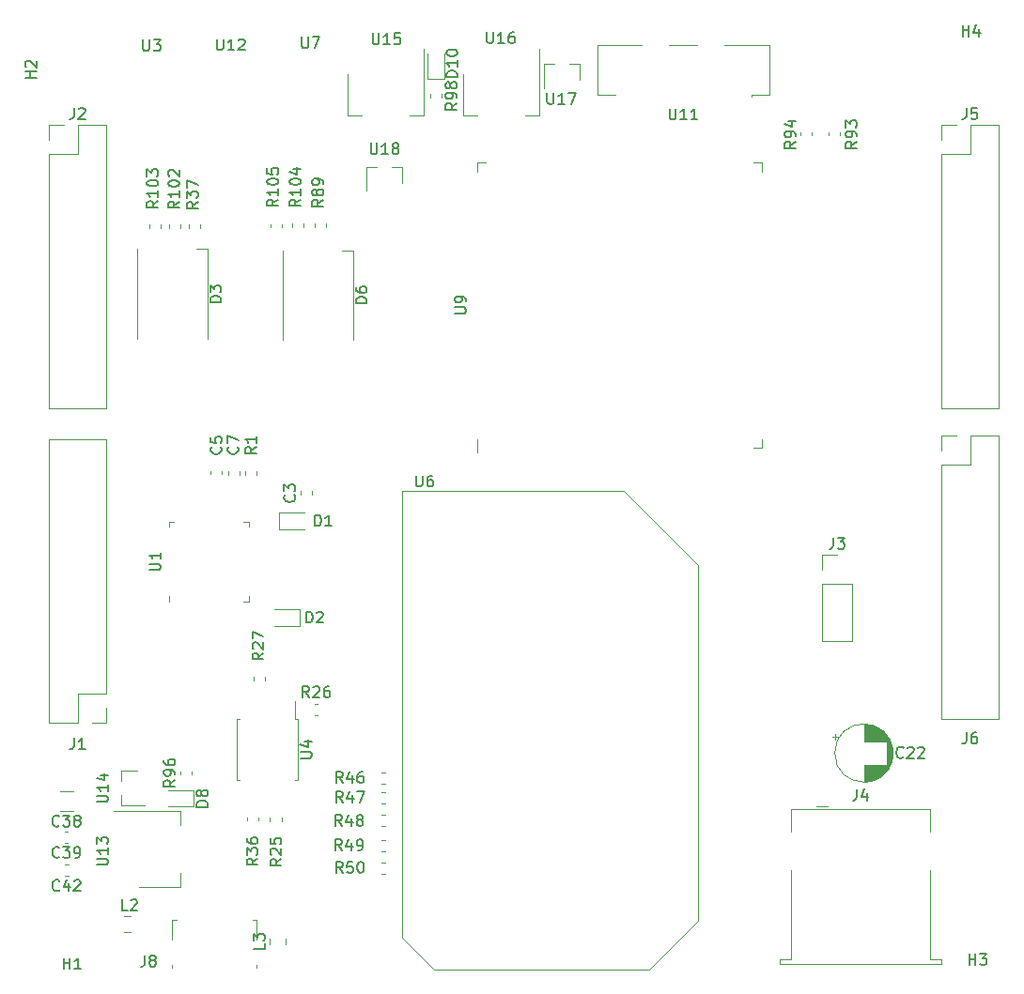
<source format=gbr>
G04 #@! TF.GenerationSoftware,KiCad,Pcbnew,5.1.5-52549c5~86~ubuntu18.04.1*
G04 #@! TF.CreationDate,2020-05-19T23:49:33-05:00*
G04 #@! TF.ProjectId,AICE,41494345-2e6b-4696-9361-645f70636258,rev?*
G04 #@! TF.SameCoordinates,Original*
G04 #@! TF.FileFunction,Legend,Top*
G04 #@! TF.FilePolarity,Positive*
%FSLAX46Y46*%
G04 Gerber Fmt 4.6, Leading zero omitted, Abs format (unit mm)*
G04 Created by KiCad (PCBNEW 5.1.5-52549c5~86~ubuntu18.04.1) date 2020-05-19 23:49:33*
%MOMM*%
%LPD*%
G04 APERTURE LIST*
%ADD10C,0.120000*%
%ADD11C,0.150000*%
G04 APERTURE END LIST*
D10*
X106145225Y-127575000D02*
X106145225Y-128075000D01*
X105895225Y-127825000D02*
X106395225Y-127825000D01*
X111301000Y-129016000D02*
X111301000Y-129584000D01*
X111261000Y-128782000D02*
X111261000Y-129818000D01*
X111221000Y-128623000D02*
X111221000Y-129977000D01*
X111181000Y-128495000D02*
X111181000Y-130105000D01*
X111141000Y-128385000D02*
X111141000Y-130215000D01*
X111101000Y-128289000D02*
X111101000Y-130311000D01*
X111061000Y-128202000D02*
X111061000Y-130398000D01*
X111021000Y-128122000D02*
X111021000Y-130478000D01*
X110981000Y-128049000D02*
X110981000Y-130551000D01*
X110941000Y-127981000D02*
X110941000Y-130619000D01*
X110901000Y-127917000D02*
X110901000Y-130683000D01*
X110861000Y-127857000D02*
X110861000Y-130743000D01*
X110821000Y-127800000D02*
X110821000Y-130800000D01*
X110781000Y-127746000D02*
X110781000Y-130854000D01*
X110741000Y-127695000D02*
X110741000Y-130905000D01*
X110701000Y-130340000D02*
X110701000Y-130953000D01*
X110701000Y-127647000D02*
X110701000Y-128260000D01*
X110661000Y-130340000D02*
X110661000Y-130999000D01*
X110661000Y-127601000D02*
X110661000Y-128260000D01*
X110621000Y-130340000D02*
X110621000Y-131043000D01*
X110621000Y-127557000D02*
X110621000Y-128260000D01*
X110581000Y-130340000D02*
X110581000Y-131085000D01*
X110581000Y-127515000D02*
X110581000Y-128260000D01*
X110541000Y-130340000D02*
X110541000Y-131126000D01*
X110541000Y-127474000D02*
X110541000Y-128260000D01*
X110501000Y-130340000D02*
X110501000Y-131164000D01*
X110501000Y-127436000D02*
X110501000Y-128260000D01*
X110461000Y-130340000D02*
X110461000Y-131201000D01*
X110461000Y-127399000D02*
X110461000Y-128260000D01*
X110421000Y-130340000D02*
X110421000Y-131237000D01*
X110421000Y-127363000D02*
X110421000Y-128260000D01*
X110381000Y-130340000D02*
X110381000Y-131271000D01*
X110381000Y-127329000D02*
X110381000Y-128260000D01*
X110341000Y-130340000D02*
X110341000Y-131304000D01*
X110341000Y-127296000D02*
X110341000Y-128260000D01*
X110301000Y-130340000D02*
X110301000Y-131335000D01*
X110301000Y-127265000D02*
X110301000Y-128260000D01*
X110261000Y-130340000D02*
X110261000Y-131365000D01*
X110261000Y-127235000D02*
X110261000Y-128260000D01*
X110221000Y-130340000D02*
X110221000Y-131395000D01*
X110221000Y-127205000D02*
X110221000Y-128260000D01*
X110181000Y-130340000D02*
X110181000Y-131422000D01*
X110181000Y-127178000D02*
X110181000Y-128260000D01*
X110141000Y-130340000D02*
X110141000Y-131449000D01*
X110141000Y-127151000D02*
X110141000Y-128260000D01*
X110101000Y-130340000D02*
X110101000Y-131475000D01*
X110101000Y-127125000D02*
X110101000Y-128260000D01*
X110061000Y-130340000D02*
X110061000Y-131500000D01*
X110061000Y-127100000D02*
X110061000Y-128260000D01*
X110021000Y-130340000D02*
X110021000Y-131524000D01*
X110021000Y-127076000D02*
X110021000Y-128260000D01*
X109981000Y-130340000D02*
X109981000Y-131547000D01*
X109981000Y-127053000D02*
X109981000Y-128260000D01*
X109941000Y-130340000D02*
X109941000Y-131568000D01*
X109941000Y-127032000D02*
X109941000Y-128260000D01*
X109901000Y-130340000D02*
X109901000Y-131590000D01*
X109901000Y-127010000D02*
X109901000Y-128260000D01*
X109861000Y-130340000D02*
X109861000Y-131610000D01*
X109861000Y-126990000D02*
X109861000Y-128260000D01*
X109821000Y-130340000D02*
X109821000Y-131629000D01*
X109821000Y-126971000D02*
X109821000Y-128260000D01*
X109781000Y-130340000D02*
X109781000Y-131648000D01*
X109781000Y-126952000D02*
X109781000Y-128260000D01*
X109741000Y-130340000D02*
X109741000Y-131665000D01*
X109741000Y-126935000D02*
X109741000Y-128260000D01*
X109701000Y-130340000D02*
X109701000Y-131682000D01*
X109701000Y-126918000D02*
X109701000Y-128260000D01*
X109661000Y-130340000D02*
X109661000Y-131698000D01*
X109661000Y-126902000D02*
X109661000Y-128260000D01*
X109621000Y-130340000D02*
X109621000Y-131714000D01*
X109621000Y-126886000D02*
X109621000Y-128260000D01*
X109581000Y-130340000D02*
X109581000Y-131728000D01*
X109581000Y-126872000D02*
X109581000Y-128260000D01*
X109541000Y-130340000D02*
X109541000Y-131742000D01*
X109541000Y-126858000D02*
X109541000Y-128260000D01*
X109501000Y-130340000D02*
X109501000Y-131755000D01*
X109501000Y-126845000D02*
X109501000Y-128260000D01*
X109461000Y-130340000D02*
X109461000Y-131768000D01*
X109461000Y-126832000D02*
X109461000Y-128260000D01*
X109421000Y-130340000D02*
X109421000Y-131780000D01*
X109421000Y-126820000D02*
X109421000Y-128260000D01*
X109380000Y-130340000D02*
X109380000Y-131791000D01*
X109380000Y-126809000D02*
X109380000Y-128260000D01*
X109340000Y-130340000D02*
X109340000Y-131801000D01*
X109340000Y-126799000D02*
X109340000Y-128260000D01*
X109300000Y-130340000D02*
X109300000Y-131811000D01*
X109300000Y-126789000D02*
X109300000Y-128260000D01*
X109260000Y-130340000D02*
X109260000Y-131820000D01*
X109260000Y-126780000D02*
X109260000Y-128260000D01*
X109220000Y-130340000D02*
X109220000Y-131828000D01*
X109220000Y-126772000D02*
X109220000Y-128260000D01*
X109180000Y-130340000D02*
X109180000Y-131836000D01*
X109180000Y-126764000D02*
X109180000Y-128260000D01*
X109140000Y-130340000D02*
X109140000Y-131843000D01*
X109140000Y-126757000D02*
X109140000Y-128260000D01*
X109100000Y-130340000D02*
X109100000Y-131850000D01*
X109100000Y-126750000D02*
X109100000Y-128260000D01*
X109060000Y-130340000D02*
X109060000Y-131856000D01*
X109060000Y-126744000D02*
X109060000Y-128260000D01*
X109020000Y-130340000D02*
X109020000Y-131861000D01*
X109020000Y-126739000D02*
X109020000Y-128260000D01*
X108980000Y-130340000D02*
X108980000Y-131865000D01*
X108980000Y-126735000D02*
X108980000Y-128260000D01*
X108940000Y-130340000D02*
X108940000Y-131869000D01*
X108940000Y-126731000D02*
X108940000Y-128260000D01*
X108900000Y-130340000D02*
X108900000Y-131873000D01*
X108900000Y-126727000D02*
X108900000Y-128260000D01*
X108860000Y-130340000D02*
X108860000Y-131876000D01*
X108860000Y-126724000D02*
X108860000Y-128260000D01*
X108820000Y-130340000D02*
X108820000Y-131878000D01*
X108820000Y-126722000D02*
X108820000Y-128260000D01*
X108780000Y-130340000D02*
X108780000Y-131879000D01*
X108780000Y-126721000D02*
X108780000Y-128260000D01*
X108740000Y-126720000D02*
X108740000Y-128260000D01*
X108740000Y-130340000D02*
X108740000Y-131880000D01*
X108700000Y-126720000D02*
X108700000Y-128260000D01*
X108700000Y-130340000D02*
X108700000Y-131880000D01*
X111320000Y-129300000D02*
G75*
G03X111320000Y-129300000I-2620000J0D01*
G01*
X41750000Y-130870000D02*
X43210000Y-130870000D01*
X41750000Y-134030000D02*
X43910000Y-134030000D01*
X41750000Y-134030000D02*
X41750000Y-133100000D01*
X41750000Y-130870000D02*
X41750000Y-131800000D01*
X88710000Y-65450000D02*
X84660000Y-65450000D01*
X84660000Y-65450000D02*
X84660000Y-69970000D01*
X86260000Y-69970000D02*
X84660000Y-69970000D01*
X100180000Y-65450000D02*
X100180000Y-69970000D01*
X96130000Y-65450000D02*
X100180000Y-65450000D01*
X98580000Y-69970000D02*
X100180000Y-69970000D01*
X93710000Y-65450000D02*
X91130000Y-65450000D01*
X98580000Y-69970000D02*
X98580000Y-70140000D01*
X56218000Y-81896779D02*
X56218000Y-81571221D01*
X55198000Y-81896779D02*
X55198000Y-81571221D01*
X58208000Y-81881779D02*
X58208000Y-81556221D01*
X57188000Y-81881779D02*
X57188000Y-81556221D01*
X45354000Y-81970779D02*
X45354000Y-81645221D01*
X44334000Y-81970779D02*
X44334000Y-81645221D01*
X47132000Y-81970779D02*
X47132000Y-81645221D01*
X46112000Y-81970779D02*
X46112000Y-81645221D01*
X69612200Y-69879121D02*
X69612200Y-70204679D01*
X70632200Y-69879121D02*
X70632200Y-70204679D01*
X48100000Y-131265279D02*
X48100000Y-130939721D01*
X47080000Y-131265279D02*
X47080000Y-130939721D01*
X102961980Y-73276241D02*
X102961980Y-73601799D01*
X103981980Y-73276241D02*
X103981980Y-73601799D01*
X105501980Y-73276241D02*
X105501980Y-73601799D01*
X106521980Y-73276241D02*
X106521980Y-73601799D01*
X60238000Y-81881779D02*
X60238000Y-81556221D01*
X59218000Y-81881779D02*
X59218000Y-81556221D01*
X65578019Y-139151380D02*
X65252461Y-139151380D01*
X65578019Y-140171380D02*
X65252461Y-140171380D01*
X65578019Y-137119380D02*
X65252461Y-137119380D01*
X65578019Y-138139380D02*
X65252461Y-138139380D01*
X65578019Y-134833380D02*
X65252461Y-134833380D01*
X65578019Y-135853380D02*
X65252461Y-135853380D01*
X65578019Y-132801380D02*
X65252461Y-132801380D01*
X65578019Y-133821380D02*
X65252461Y-133821380D01*
X65578019Y-131023380D02*
X65252461Y-131023380D01*
X65578019Y-132043380D02*
X65252461Y-132043380D01*
X48910000Y-81970779D02*
X48910000Y-81645221D01*
X47890000Y-81970779D02*
X47890000Y-81645221D01*
X53122000Y-135091221D02*
X53122000Y-135416779D01*
X54142000Y-135091221D02*
X54142000Y-135416779D01*
X54712000Y-122726779D02*
X54712000Y-122401221D01*
X53692000Y-122726779D02*
X53692000Y-122401221D01*
X59499719Y-124841540D02*
X59174161Y-124841540D01*
X59499719Y-125861540D02*
X59174161Y-125861540D01*
X55184000Y-135101221D02*
X55184000Y-135426779D01*
X56204000Y-135101221D02*
X56204000Y-135426779D01*
X52910000Y-103867221D02*
X52910000Y-104192779D01*
X53930000Y-103867221D02*
X53930000Y-104192779D01*
X56590000Y-146558578D02*
X56590000Y-146041422D01*
X55170000Y-146558578D02*
X55170000Y-146041422D01*
X42578578Y-144030000D02*
X42061422Y-144030000D01*
X42578578Y-145450000D02*
X42061422Y-145450000D01*
X70864400Y-68459720D02*
X70864400Y-66174720D01*
X69394400Y-68459720D02*
X70864400Y-68459720D01*
X69394400Y-66174720D02*
X69394400Y-68459720D01*
X48282500Y-132655000D02*
X45997500Y-132655000D01*
X48282500Y-134125000D02*
X48282500Y-132655000D01*
X45997500Y-134125000D02*
X48282500Y-134125000D01*
X57873000Y-116359000D02*
X55588000Y-116359000D01*
X57873000Y-117829000D02*
X57873000Y-116359000D01*
X55588000Y-117829000D02*
X57873000Y-117829000D01*
X56017000Y-109111000D02*
X58302000Y-109111000D01*
X56017000Y-107641000D02*
X56017000Y-109111000D01*
X58302000Y-107641000D02*
X56017000Y-107641000D01*
X37002779Y-139350000D02*
X36677221Y-139350000D01*
X37002779Y-140370000D02*
X36677221Y-140370000D01*
X36977779Y-136350000D02*
X36652221Y-136350000D01*
X36977779Y-137370000D02*
X36652221Y-137370000D01*
X37429564Y-132750000D02*
X36225436Y-132750000D01*
X37429564Y-134570000D02*
X36225436Y-134570000D01*
X52400000Y-104177779D02*
X52400000Y-103852221D01*
X51380000Y-104177779D02*
X51380000Y-103852221D01*
X50850000Y-104172779D02*
X50850000Y-103847221D01*
X49830000Y-104172779D02*
X49830000Y-103847221D01*
X58942000Y-106023779D02*
X58942000Y-105698221D01*
X57922000Y-106023779D02*
X57922000Y-105698221D01*
X49518000Y-83854000D02*
X49518000Y-91904000D01*
X48518000Y-83854000D02*
X49518000Y-83854000D01*
X43218000Y-83854000D02*
X43218000Y-91904000D01*
X56350000Y-83950000D02*
X56350000Y-92000000D01*
X61650000Y-83950000D02*
X62650000Y-83950000D01*
X62650000Y-83950000D02*
X62650000Y-92000000D01*
X40446000Y-126552000D02*
X39116000Y-126552000D01*
X40446000Y-125222000D02*
X40446000Y-126552000D01*
X37846000Y-126552000D02*
X35246000Y-126552000D01*
X37846000Y-123952000D02*
X37846000Y-126552000D01*
X40446000Y-123952000D02*
X37846000Y-123952000D01*
X35246000Y-126552000D02*
X35246000Y-101032000D01*
X40446000Y-123952000D02*
X40446000Y-101032000D01*
X40446000Y-101032000D02*
X35246000Y-101032000D01*
X35246000Y-98190000D02*
X40446000Y-98190000D01*
X35246000Y-75270000D02*
X35246000Y-98190000D01*
X40446000Y-72670000D02*
X40446000Y-98190000D01*
X35246000Y-75270000D02*
X37846000Y-75270000D01*
X37846000Y-75270000D02*
X37846000Y-72670000D01*
X37846000Y-72670000D02*
X40446000Y-72670000D01*
X35246000Y-74000000D02*
X35246000Y-72670000D01*
X35246000Y-72670000D02*
X36576000Y-72670000D01*
X104950000Y-111430000D02*
X106280000Y-111430000D01*
X104950000Y-112760000D02*
X104950000Y-111430000D01*
X104950000Y-114030000D02*
X107610000Y-114030000D01*
X107610000Y-114030000D02*
X107610000Y-119170000D01*
X104950000Y-114030000D02*
X104950000Y-119170000D01*
X104950000Y-119170000D02*
X107610000Y-119170000D01*
X101150000Y-148370000D02*
X115650000Y-148370000D01*
X115650000Y-148370000D02*
X115650000Y-147870000D01*
X115650000Y-147870000D02*
X114650000Y-147870000D01*
X114650000Y-147870000D02*
X114650000Y-139870000D01*
X114650000Y-136370000D02*
X114650000Y-134370000D01*
X114650000Y-134370000D02*
X102150000Y-134370000D01*
X102150000Y-134370000D02*
X102150000Y-136370000D01*
X102150000Y-139870000D02*
X102150000Y-147870000D01*
X102150000Y-147870000D02*
X101150000Y-147870000D01*
X101150000Y-147870000D02*
X101150000Y-148370000D01*
X104400000Y-134120000D02*
X105400000Y-134120000D01*
X53990000Y-144390000D02*
X53610000Y-144390000D01*
X53990000Y-148440000D02*
X53990000Y-148700000D01*
X53990000Y-144390000D02*
X53990000Y-146160000D01*
X46370000Y-144390000D02*
X46750000Y-144390000D01*
X46370000Y-146160000D02*
X46370000Y-144390000D01*
X46370000Y-148700000D02*
X46370000Y-148440000D01*
X46054000Y-115165000D02*
X46054000Y-115640000D01*
X53274000Y-108420000D02*
X52799000Y-108420000D01*
X53274000Y-108895000D02*
X53274000Y-108420000D01*
X53274000Y-115640000D02*
X52799000Y-115640000D01*
X53274000Y-115165000D02*
X53274000Y-115640000D01*
X46054000Y-108420000D02*
X46529000Y-108420000D01*
X46054000Y-108895000D02*
X46054000Y-108420000D01*
X52203000Y-128986000D02*
X52203000Y-131711000D01*
X52203000Y-131711000D02*
X52463000Y-131711000D01*
X52203000Y-128986000D02*
X52203000Y-126261000D01*
X52203000Y-126261000D02*
X52463000Y-126261000D01*
X57653000Y-128986000D02*
X57653000Y-131711000D01*
X57653000Y-131711000D02*
X57393000Y-131711000D01*
X57653000Y-128986000D02*
X57653000Y-126261000D01*
X57653000Y-126261000D02*
X57393000Y-126261000D01*
X57393000Y-126261000D02*
X57393000Y-124586000D01*
X67076240Y-145969380D02*
X69951240Y-148844380D01*
X67076240Y-105694380D02*
X67076240Y-145969380D01*
X87051240Y-105694380D02*
X67076240Y-105694380D01*
X93726240Y-112369380D02*
X87051240Y-105694380D01*
X93726240Y-144469380D02*
X93726240Y-112369380D01*
X89351240Y-148844380D02*
X93726240Y-144469380D01*
X69951240Y-148844380D02*
X89351240Y-148844380D01*
X73842360Y-76839940D02*
X73842360Y-76054940D01*
X73842360Y-76054940D02*
X74627360Y-76054940D01*
X99542360Y-76839940D02*
X99542360Y-76054940D01*
X99542360Y-76054940D02*
X98757360Y-76054940D01*
X99542360Y-100969940D02*
X99542360Y-101754940D01*
X99542360Y-101754940D02*
X98757360Y-101754940D01*
X73842360Y-100969940D02*
X73842360Y-102204940D01*
X41100000Y-134570000D02*
X47110000Y-134570000D01*
X43350000Y-141390000D02*
X47110000Y-141390000D01*
X47110000Y-134570000D02*
X47110000Y-135830000D01*
X47110000Y-141390000D02*
X47110000Y-140130000D01*
X68994820Y-65806120D02*
X68994820Y-71816120D01*
X62174820Y-68056120D02*
X62174820Y-71816120D01*
X68994820Y-71816120D02*
X67734820Y-71816120D01*
X62174820Y-71816120D02*
X63434820Y-71816120D01*
X72614460Y-71788180D02*
X73874460Y-71788180D01*
X79434460Y-71788180D02*
X78174460Y-71788180D01*
X72614460Y-68028180D02*
X72614460Y-71788180D01*
X79434460Y-65778180D02*
X79434460Y-71788180D01*
X83043180Y-67152100D02*
X82113180Y-67152100D01*
X79883180Y-67152100D02*
X80813180Y-67152100D01*
X79883180Y-67152100D02*
X79883180Y-69312100D01*
X83043180Y-67152100D02*
X83043180Y-68612100D01*
X67044760Y-76425780D02*
X67044760Y-77885780D01*
X63884760Y-76425780D02*
X63884760Y-78585780D01*
X63884760Y-76425780D02*
X64814760Y-76425780D01*
X67044760Y-76425780D02*
X66114760Y-76425780D01*
X115670000Y-72670000D02*
X117000000Y-72670000D01*
X115670000Y-74000000D02*
X115670000Y-72670000D01*
X118270000Y-72670000D02*
X120870000Y-72670000D01*
X118270000Y-75270000D02*
X118270000Y-72670000D01*
X115670000Y-75270000D02*
X118270000Y-75270000D01*
X120870000Y-72670000D02*
X120870000Y-98190000D01*
X115670000Y-75270000D02*
X115670000Y-98190000D01*
X115670000Y-98190000D02*
X120870000Y-98190000D01*
X115670000Y-100670000D02*
X117000000Y-100670000D01*
X115670000Y-102000000D02*
X115670000Y-100670000D01*
X118270000Y-100670000D02*
X120870000Y-100670000D01*
X118270000Y-103270000D02*
X118270000Y-100670000D01*
X115670000Y-103270000D02*
X118270000Y-103270000D01*
X120870000Y-100670000D02*
X120870000Y-126190000D01*
X115670000Y-103270000D02*
X115670000Y-126190000D01*
X115670000Y-126190000D02*
X120870000Y-126190000D01*
D11*
X112257142Y-129657142D02*
X112209523Y-129704761D01*
X112066666Y-129752380D01*
X111971428Y-129752380D01*
X111828571Y-129704761D01*
X111733333Y-129609523D01*
X111685714Y-129514285D01*
X111638095Y-129323809D01*
X111638095Y-129180952D01*
X111685714Y-128990476D01*
X111733333Y-128895238D01*
X111828571Y-128800000D01*
X111971428Y-128752380D01*
X112066666Y-128752380D01*
X112209523Y-128800000D01*
X112257142Y-128847619D01*
X112638095Y-128847619D02*
X112685714Y-128800000D01*
X112780952Y-128752380D01*
X113019047Y-128752380D01*
X113114285Y-128800000D01*
X113161904Y-128847619D01*
X113209523Y-128942857D01*
X113209523Y-129038095D01*
X113161904Y-129180952D01*
X112590476Y-129752380D01*
X113209523Y-129752380D01*
X113590476Y-128847619D02*
X113638095Y-128800000D01*
X113733333Y-128752380D01*
X113971428Y-128752380D01*
X114066666Y-128800000D01*
X114114285Y-128847619D01*
X114161904Y-128942857D01*
X114161904Y-129038095D01*
X114114285Y-129180952D01*
X113542857Y-129752380D01*
X114161904Y-129752380D01*
X39582380Y-133718095D02*
X40391904Y-133718095D01*
X40487142Y-133670476D01*
X40534761Y-133622857D01*
X40582380Y-133527619D01*
X40582380Y-133337142D01*
X40534761Y-133241904D01*
X40487142Y-133194285D01*
X40391904Y-133146666D01*
X39582380Y-133146666D01*
X40582380Y-132146666D02*
X40582380Y-132718095D01*
X40582380Y-132432380D02*
X39582380Y-132432380D01*
X39725238Y-132527619D01*
X39820476Y-132622857D01*
X39868095Y-132718095D01*
X39915714Y-131289523D02*
X40582380Y-131289523D01*
X39534761Y-131527619D02*
X40249047Y-131765714D01*
X40249047Y-131146666D01*
X91181904Y-71162380D02*
X91181904Y-71971904D01*
X91229523Y-72067142D01*
X91277142Y-72114761D01*
X91372380Y-72162380D01*
X91562857Y-72162380D01*
X91658095Y-72114761D01*
X91705714Y-72067142D01*
X91753333Y-71971904D01*
X91753333Y-71162380D01*
X92753333Y-72162380D02*
X92181904Y-72162380D01*
X92467619Y-72162380D02*
X92467619Y-71162380D01*
X92372380Y-71305238D01*
X92277142Y-71400476D01*
X92181904Y-71448095D01*
X93705714Y-72162380D02*
X93134285Y-72162380D01*
X93420000Y-72162380D02*
X93420000Y-71162380D01*
X93324761Y-71305238D01*
X93229523Y-71400476D01*
X93134285Y-71448095D01*
X55916380Y-79371047D02*
X55440190Y-79704380D01*
X55916380Y-79942476D02*
X54916380Y-79942476D01*
X54916380Y-79561523D01*
X54964000Y-79466285D01*
X55011619Y-79418666D01*
X55106857Y-79371047D01*
X55249714Y-79371047D01*
X55344952Y-79418666D01*
X55392571Y-79466285D01*
X55440190Y-79561523D01*
X55440190Y-79942476D01*
X55916380Y-78418666D02*
X55916380Y-78990095D01*
X55916380Y-78704380D02*
X54916380Y-78704380D01*
X55059238Y-78799619D01*
X55154476Y-78894857D01*
X55202095Y-78990095D01*
X54916380Y-77799619D02*
X54916380Y-77704380D01*
X54964000Y-77609142D01*
X55011619Y-77561523D01*
X55106857Y-77513904D01*
X55297333Y-77466285D01*
X55535428Y-77466285D01*
X55725904Y-77513904D01*
X55821142Y-77561523D01*
X55868761Y-77609142D01*
X55916380Y-77704380D01*
X55916380Y-77799619D01*
X55868761Y-77894857D01*
X55821142Y-77942476D01*
X55725904Y-77990095D01*
X55535428Y-78037714D01*
X55297333Y-78037714D01*
X55106857Y-77990095D01*
X55011619Y-77942476D01*
X54964000Y-77894857D01*
X54916380Y-77799619D01*
X54916380Y-76561523D02*
X54916380Y-77037714D01*
X55392571Y-77085333D01*
X55344952Y-77037714D01*
X55297333Y-76942476D01*
X55297333Y-76704380D01*
X55344952Y-76609142D01*
X55392571Y-76561523D01*
X55487809Y-76513904D01*
X55725904Y-76513904D01*
X55821142Y-76561523D01*
X55868761Y-76609142D01*
X55916380Y-76704380D01*
X55916380Y-76942476D01*
X55868761Y-77037714D01*
X55821142Y-77085333D01*
X57948380Y-79371047D02*
X57472190Y-79704380D01*
X57948380Y-79942476D02*
X56948380Y-79942476D01*
X56948380Y-79561523D01*
X56996000Y-79466285D01*
X57043619Y-79418666D01*
X57138857Y-79371047D01*
X57281714Y-79371047D01*
X57376952Y-79418666D01*
X57424571Y-79466285D01*
X57472190Y-79561523D01*
X57472190Y-79942476D01*
X57948380Y-78418666D02*
X57948380Y-78990095D01*
X57948380Y-78704380D02*
X56948380Y-78704380D01*
X57091238Y-78799619D01*
X57186476Y-78894857D01*
X57234095Y-78990095D01*
X56948380Y-77799619D02*
X56948380Y-77704380D01*
X56996000Y-77609142D01*
X57043619Y-77561523D01*
X57138857Y-77513904D01*
X57329333Y-77466285D01*
X57567428Y-77466285D01*
X57757904Y-77513904D01*
X57853142Y-77561523D01*
X57900761Y-77609142D01*
X57948380Y-77704380D01*
X57948380Y-77799619D01*
X57900761Y-77894857D01*
X57853142Y-77942476D01*
X57757904Y-77990095D01*
X57567428Y-78037714D01*
X57329333Y-78037714D01*
X57138857Y-77990095D01*
X57043619Y-77942476D01*
X56996000Y-77894857D01*
X56948380Y-77799619D01*
X57281714Y-76609142D02*
X57948380Y-76609142D01*
X56900761Y-76847238D02*
X57615047Y-77085333D01*
X57615047Y-76466285D01*
X45094380Y-79515047D02*
X44618190Y-79848380D01*
X45094380Y-80086476D02*
X44094380Y-80086476D01*
X44094380Y-79705523D01*
X44142000Y-79610285D01*
X44189619Y-79562666D01*
X44284857Y-79515047D01*
X44427714Y-79515047D01*
X44522952Y-79562666D01*
X44570571Y-79610285D01*
X44618190Y-79705523D01*
X44618190Y-80086476D01*
X45094380Y-78562666D02*
X45094380Y-79134095D01*
X45094380Y-78848380D02*
X44094380Y-78848380D01*
X44237238Y-78943619D01*
X44332476Y-79038857D01*
X44380095Y-79134095D01*
X44094380Y-77943619D02*
X44094380Y-77848380D01*
X44142000Y-77753142D01*
X44189619Y-77705523D01*
X44284857Y-77657904D01*
X44475333Y-77610285D01*
X44713428Y-77610285D01*
X44903904Y-77657904D01*
X44999142Y-77705523D01*
X45046761Y-77753142D01*
X45094380Y-77848380D01*
X45094380Y-77943619D01*
X45046761Y-78038857D01*
X44999142Y-78086476D01*
X44903904Y-78134095D01*
X44713428Y-78181714D01*
X44475333Y-78181714D01*
X44284857Y-78134095D01*
X44189619Y-78086476D01*
X44142000Y-78038857D01*
X44094380Y-77943619D01*
X44094380Y-77276952D02*
X44094380Y-76657904D01*
X44475333Y-76991238D01*
X44475333Y-76848380D01*
X44522952Y-76753142D01*
X44570571Y-76705523D01*
X44665809Y-76657904D01*
X44903904Y-76657904D01*
X44999142Y-76705523D01*
X45046761Y-76753142D01*
X45094380Y-76848380D01*
X45094380Y-77134095D01*
X45046761Y-77229333D01*
X44999142Y-77276952D01*
X47008380Y-79545047D02*
X46532190Y-79878380D01*
X47008380Y-80116476D02*
X46008380Y-80116476D01*
X46008380Y-79735523D01*
X46056000Y-79640285D01*
X46103619Y-79592666D01*
X46198857Y-79545047D01*
X46341714Y-79545047D01*
X46436952Y-79592666D01*
X46484571Y-79640285D01*
X46532190Y-79735523D01*
X46532190Y-80116476D01*
X47008380Y-78592666D02*
X47008380Y-79164095D01*
X47008380Y-78878380D02*
X46008380Y-78878380D01*
X46151238Y-78973619D01*
X46246476Y-79068857D01*
X46294095Y-79164095D01*
X46008380Y-77973619D02*
X46008380Y-77878380D01*
X46056000Y-77783142D01*
X46103619Y-77735523D01*
X46198857Y-77687904D01*
X46389333Y-77640285D01*
X46627428Y-77640285D01*
X46817904Y-77687904D01*
X46913142Y-77735523D01*
X46960761Y-77783142D01*
X47008380Y-77878380D01*
X47008380Y-77973619D01*
X46960761Y-78068857D01*
X46913142Y-78116476D01*
X46817904Y-78164095D01*
X46627428Y-78211714D01*
X46389333Y-78211714D01*
X46198857Y-78164095D01*
X46103619Y-78116476D01*
X46056000Y-78068857D01*
X46008380Y-77973619D01*
X46103619Y-77259333D02*
X46056000Y-77211714D01*
X46008380Y-77116476D01*
X46008380Y-76878380D01*
X46056000Y-76783142D01*
X46103619Y-76735523D01*
X46198857Y-76687904D01*
X46294095Y-76687904D01*
X46436952Y-76735523D01*
X47008380Y-77306952D01*
X47008380Y-76687904D01*
X72004580Y-70684757D02*
X71528390Y-71018090D01*
X72004580Y-71256185D02*
X71004580Y-71256185D01*
X71004580Y-70875233D01*
X71052200Y-70779995D01*
X71099819Y-70732376D01*
X71195057Y-70684757D01*
X71337914Y-70684757D01*
X71433152Y-70732376D01*
X71480771Y-70779995D01*
X71528390Y-70875233D01*
X71528390Y-71256185D01*
X72004580Y-70208566D02*
X72004580Y-70018090D01*
X71956961Y-69922852D01*
X71909342Y-69875233D01*
X71766485Y-69779995D01*
X71576009Y-69732376D01*
X71195057Y-69732376D01*
X71099819Y-69779995D01*
X71052200Y-69827614D01*
X71004580Y-69922852D01*
X71004580Y-70113328D01*
X71052200Y-70208566D01*
X71099819Y-70256185D01*
X71195057Y-70303804D01*
X71433152Y-70303804D01*
X71528390Y-70256185D01*
X71576009Y-70208566D01*
X71623628Y-70113328D01*
X71623628Y-69922852D01*
X71576009Y-69827614D01*
X71528390Y-69779995D01*
X71433152Y-69732376D01*
X71433152Y-69160947D02*
X71385533Y-69256185D01*
X71337914Y-69303804D01*
X71242676Y-69351423D01*
X71195057Y-69351423D01*
X71099819Y-69303804D01*
X71052200Y-69256185D01*
X71004580Y-69160947D01*
X71004580Y-68970471D01*
X71052200Y-68875233D01*
X71099819Y-68827614D01*
X71195057Y-68779995D01*
X71242676Y-68779995D01*
X71337914Y-68827614D01*
X71385533Y-68875233D01*
X71433152Y-68970471D01*
X71433152Y-69160947D01*
X71480771Y-69256185D01*
X71528390Y-69303804D01*
X71623628Y-69351423D01*
X71814104Y-69351423D01*
X71909342Y-69303804D01*
X71956961Y-69256185D01*
X72004580Y-69160947D01*
X72004580Y-68970471D01*
X71956961Y-68875233D01*
X71909342Y-68827614D01*
X71814104Y-68779995D01*
X71623628Y-68779995D01*
X71528390Y-68827614D01*
X71480771Y-68875233D01*
X71433152Y-68970471D01*
X46612380Y-131745357D02*
X46136190Y-132078690D01*
X46612380Y-132316785D02*
X45612380Y-132316785D01*
X45612380Y-131935833D01*
X45660000Y-131840595D01*
X45707619Y-131792976D01*
X45802857Y-131745357D01*
X45945714Y-131745357D01*
X46040952Y-131792976D01*
X46088571Y-131840595D01*
X46136190Y-131935833D01*
X46136190Y-132316785D01*
X46612380Y-131269166D02*
X46612380Y-131078690D01*
X46564761Y-130983452D01*
X46517142Y-130935833D01*
X46374285Y-130840595D01*
X46183809Y-130792976D01*
X45802857Y-130792976D01*
X45707619Y-130840595D01*
X45660000Y-130888214D01*
X45612380Y-130983452D01*
X45612380Y-131173928D01*
X45660000Y-131269166D01*
X45707619Y-131316785D01*
X45802857Y-131364404D01*
X46040952Y-131364404D01*
X46136190Y-131316785D01*
X46183809Y-131269166D01*
X46231428Y-131173928D01*
X46231428Y-130983452D01*
X46183809Y-130888214D01*
X46136190Y-130840595D01*
X46040952Y-130792976D01*
X45612380Y-129935833D02*
X45612380Y-130126309D01*
X45660000Y-130221547D01*
X45707619Y-130269166D01*
X45850476Y-130364404D01*
X46040952Y-130412023D01*
X46421904Y-130412023D01*
X46517142Y-130364404D01*
X46564761Y-130316785D01*
X46612380Y-130221547D01*
X46612380Y-130031071D01*
X46564761Y-129935833D01*
X46517142Y-129888214D01*
X46421904Y-129840595D01*
X46183809Y-129840595D01*
X46088571Y-129888214D01*
X46040952Y-129935833D01*
X45993333Y-130031071D01*
X45993333Y-130221547D01*
X46040952Y-130316785D01*
X46088571Y-130364404D01*
X46183809Y-130412023D01*
X102552380Y-74142857D02*
X102076190Y-74476190D01*
X102552380Y-74714285D02*
X101552380Y-74714285D01*
X101552380Y-74333333D01*
X101600000Y-74238095D01*
X101647619Y-74190476D01*
X101742857Y-74142857D01*
X101885714Y-74142857D01*
X101980952Y-74190476D01*
X102028571Y-74238095D01*
X102076190Y-74333333D01*
X102076190Y-74714285D01*
X102552380Y-73666666D02*
X102552380Y-73476190D01*
X102504761Y-73380952D01*
X102457142Y-73333333D01*
X102314285Y-73238095D01*
X102123809Y-73190476D01*
X101742857Y-73190476D01*
X101647619Y-73238095D01*
X101600000Y-73285714D01*
X101552380Y-73380952D01*
X101552380Y-73571428D01*
X101600000Y-73666666D01*
X101647619Y-73714285D01*
X101742857Y-73761904D01*
X101980952Y-73761904D01*
X102076190Y-73714285D01*
X102123809Y-73666666D01*
X102171428Y-73571428D01*
X102171428Y-73380952D01*
X102123809Y-73285714D01*
X102076190Y-73238095D01*
X101980952Y-73190476D01*
X101885714Y-72333333D02*
X102552380Y-72333333D01*
X101504761Y-72571428D02*
X102219047Y-72809523D01*
X102219047Y-72190476D01*
X108052380Y-74142857D02*
X107576190Y-74476190D01*
X108052380Y-74714285D02*
X107052380Y-74714285D01*
X107052380Y-74333333D01*
X107100000Y-74238095D01*
X107147619Y-74190476D01*
X107242857Y-74142857D01*
X107385714Y-74142857D01*
X107480952Y-74190476D01*
X107528571Y-74238095D01*
X107576190Y-74333333D01*
X107576190Y-74714285D01*
X108052380Y-73666666D02*
X108052380Y-73476190D01*
X108004761Y-73380952D01*
X107957142Y-73333333D01*
X107814285Y-73238095D01*
X107623809Y-73190476D01*
X107242857Y-73190476D01*
X107147619Y-73238095D01*
X107100000Y-73285714D01*
X107052380Y-73380952D01*
X107052380Y-73571428D01*
X107100000Y-73666666D01*
X107147619Y-73714285D01*
X107242857Y-73761904D01*
X107480952Y-73761904D01*
X107576190Y-73714285D01*
X107623809Y-73666666D01*
X107671428Y-73571428D01*
X107671428Y-73380952D01*
X107623809Y-73285714D01*
X107576190Y-73238095D01*
X107480952Y-73190476D01*
X107052380Y-72857142D02*
X107052380Y-72238095D01*
X107433333Y-72571428D01*
X107433333Y-72428571D01*
X107480952Y-72333333D01*
X107528571Y-72285714D01*
X107623809Y-72238095D01*
X107861904Y-72238095D01*
X107957142Y-72285714D01*
X108004761Y-72333333D01*
X108052380Y-72428571D01*
X108052380Y-72714285D01*
X108004761Y-72809523D01*
X107957142Y-72857142D01*
X59980380Y-79402857D02*
X59504190Y-79736190D01*
X59980380Y-79974285D02*
X58980380Y-79974285D01*
X58980380Y-79593333D01*
X59028000Y-79498095D01*
X59075619Y-79450476D01*
X59170857Y-79402857D01*
X59313714Y-79402857D01*
X59408952Y-79450476D01*
X59456571Y-79498095D01*
X59504190Y-79593333D01*
X59504190Y-79974285D01*
X59408952Y-78831428D02*
X59361333Y-78926666D01*
X59313714Y-78974285D01*
X59218476Y-79021904D01*
X59170857Y-79021904D01*
X59075619Y-78974285D01*
X59028000Y-78926666D01*
X58980380Y-78831428D01*
X58980380Y-78640952D01*
X59028000Y-78545714D01*
X59075619Y-78498095D01*
X59170857Y-78450476D01*
X59218476Y-78450476D01*
X59313714Y-78498095D01*
X59361333Y-78545714D01*
X59408952Y-78640952D01*
X59408952Y-78831428D01*
X59456571Y-78926666D01*
X59504190Y-78974285D01*
X59599428Y-79021904D01*
X59789904Y-79021904D01*
X59885142Y-78974285D01*
X59932761Y-78926666D01*
X59980380Y-78831428D01*
X59980380Y-78640952D01*
X59932761Y-78545714D01*
X59885142Y-78498095D01*
X59789904Y-78450476D01*
X59599428Y-78450476D01*
X59504190Y-78498095D01*
X59456571Y-78545714D01*
X59408952Y-78640952D01*
X59980380Y-77974285D02*
X59980380Y-77783809D01*
X59932761Y-77688571D01*
X59885142Y-77640952D01*
X59742285Y-77545714D01*
X59551809Y-77498095D01*
X59170857Y-77498095D01*
X59075619Y-77545714D01*
X59028000Y-77593333D01*
X58980380Y-77688571D01*
X58980380Y-77879047D01*
X59028000Y-77974285D01*
X59075619Y-78021904D01*
X59170857Y-78069523D01*
X59408952Y-78069523D01*
X59504190Y-78021904D01*
X59551809Y-77974285D01*
X59599428Y-77879047D01*
X59599428Y-77688571D01*
X59551809Y-77593333D01*
X59504190Y-77545714D01*
X59408952Y-77498095D01*
X61724382Y-140113760D02*
X61391049Y-139637570D01*
X61152954Y-140113760D02*
X61152954Y-139113760D01*
X61533906Y-139113760D01*
X61629144Y-139161380D01*
X61676763Y-139208999D01*
X61724382Y-139304237D01*
X61724382Y-139447094D01*
X61676763Y-139542332D01*
X61629144Y-139589951D01*
X61533906Y-139637570D01*
X61152954Y-139637570D01*
X62629144Y-139113760D02*
X62152954Y-139113760D01*
X62105335Y-139589951D01*
X62152954Y-139542332D01*
X62248192Y-139494713D01*
X62486287Y-139494713D01*
X62581525Y-139542332D01*
X62629144Y-139589951D01*
X62676763Y-139685189D01*
X62676763Y-139923284D01*
X62629144Y-140018522D01*
X62581525Y-140066141D01*
X62486287Y-140113760D01*
X62248192Y-140113760D01*
X62152954Y-140066141D01*
X62105335Y-140018522D01*
X63295811Y-139113760D02*
X63391049Y-139113760D01*
X63486287Y-139161380D01*
X63533906Y-139208999D01*
X63581525Y-139304237D01*
X63629144Y-139494713D01*
X63629144Y-139732808D01*
X63581525Y-139923284D01*
X63533906Y-140018522D01*
X63486287Y-140066141D01*
X63391049Y-140113760D01*
X63295811Y-140113760D01*
X63200573Y-140066141D01*
X63152954Y-140018522D01*
X63105335Y-139923284D01*
X63057716Y-139732808D01*
X63057716Y-139494713D01*
X63105335Y-139304237D01*
X63152954Y-139208999D01*
X63200573Y-139161380D01*
X63295811Y-139113760D01*
X61657382Y-138081760D02*
X61324049Y-137605570D01*
X61085954Y-138081760D02*
X61085954Y-137081760D01*
X61466906Y-137081760D01*
X61562144Y-137129380D01*
X61609763Y-137176999D01*
X61657382Y-137272237D01*
X61657382Y-137415094D01*
X61609763Y-137510332D01*
X61562144Y-137557951D01*
X61466906Y-137605570D01*
X61085954Y-137605570D01*
X62514525Y-137415094D02*
X62514525Y-138081760D01*
X62276430Y-137034141D02*
X62038335Y-137748427D01*
X62657382Y-137748427D01*
X63085954Y-138081760D02*
X63276430Y-138081760D01*
X63371668Y-138034141D01*
X63419287Y-137986522D01*
X63514525Y-137843665D01*
X63562144Y-137653189D01*
X63562144Y-137272237D01*
X63514525Y-137176999D01*
X63466906Y-137129380D01*
X63371668Y-137081760D01*
X63181192Y-137081760D01*
X63085954Y-137129380D01*
X63038335Y-137176999D01*
X62990716Y-137272237D01*
X62990716Y-137510332D01*
X63038335Y-137605570D01*
X63085954Y-137653189D01*
X63181192Y-137700808D01*
X63371668Y-137700808D01*
X63466906Y-137653189D01*
X63514525Y-137605570D01*
X63562144Y-137510332D01*
X61657382Y-135881760D02*
X61324049Y-135405570D01*
X61085954Y-135881760D02*
X61085954Y-134881760D01*
X61466906Y-134881760D01*
X61562144Y-134929380D01*
X61609763Y-134976999D01*
X61657382Y-135072237D01*
X61657382Y-135215094D01*
X61609763Y-135310332D01*
X61562144Y-135357951D01*
X61466906Y-135405570D01*
X61085954Y-135405570D01*
X62514525Y-135215094D02*
X62514525Y-135881760D01*
X62276430Y-134834141D02*
X62038335Y-135548427D01*
X62657382Y-135548427D01*
X63181192Y-135310332D02*
X63085954Y-135262713D01*
X63038335Y-135215094D01*
X62990716Y-135119856D01*
X62990716Y-135072237D01*
X63038335Y-134976999D01*
X63085954Y-134929380D01*
X63181192Y-134881760D01*
X63371668Y-134881760D01*
X63466906Y-134929380D01*
X63514525Y-134976999D01*
X63562144Y-135072237D01*
X63562144Y-135119856D01*
X63514525Y-135215094D01*
X63466906Y-135262713D01*
X63371668Y-135310332D01*
X63181192Y-135310332D01*
X63085954Y-135357951D01*
X63038335Y-135405570D01*
X62990716Y-135500808D01*
X62990716Y-135691284D01*
X63038335Y-135786522D01*
X63085954Y-135834141D01*
X63181192Y-135881760D01*
X63371668Y-135881760D01*
X63466906Y-135834141D01*
X63514525Y-135786522D01*
X63562144Y-135691284D01*
X63562144Y-135500808D01*
X63514525Y-135405570D01*
X63466906Y-135357951D01*
X63371668Y-135310332D01*
X61724382Y-133763760D02*
X61391049Y-133287570D01*
X61152954Y-133763760D02*
X61152954Y-132763760D01*
X61533906Y-132763760D01*
X61629144Y-132811380D01*
X61676763Y-132858999D01*
X61724382Y-132954237D01*
X61724382Y-133097094D01*
X61676763Y-133192332D01*
X61629144Y-133239951D01*
X61533906Y-133287570D01*
X61152954Y-133287570D01*
X62581525Y-133097094D02*
X62581525Y-133763760D01*
X62343430Y-132716141D02*
X62105335Y-133430427D01*
X62724382Y-133430427D01*
X63010097Y-132763760D02*
X63676763Y-132763760D01*
X63248192Y-133763760D01*
X61724382Y-131985760D02*
X61391049Y-131509570D01*
X61152954Y-131985760D02*
X61152954Y-130985760D01*
X61533906Y-130985760D01*
X61629144Y-131033380D01*
X61676763Y-131080999D01*
X61724382Y-131176237D01*
X61724382Y-131319094D01*
X61676763Y-131414332D01*
X61629144Y-131461951D01*
X61533906Y-131509570D01*
X61152954Y-131509570D01*
X62581525Y-131319094D02*
X62581525Y-131985760D01*
X62343430Y-130938141D02*
X62105335Y-131652427D01*
X62724382Y-131652427D01*
X63533906Y-130985760D02*
X63343430Y-130985760D01*
X63248192Y-131033380D01*
X63200573Y-131080999D01*
X63105335Y-131223856D01*
X63057716Y-131414332D01*
X63057716Y-131795284D01*
X63105335Y-131890522D01*
X63152954Y-131938141D01*
X63248192Y-131985760D01*
X63438668Y-131985760D01*
X63533906Y-131938141D01*
X63581525Y-131890522D01*
X63629144Y-131795284D01*
X63629144Y-131557189D01*
X63581525Y-131461951D01*
X63533906Y-131414332D01*
X63438668Y-131366713D01*
X63248192Y-131366713D01*
X63152954Y-131414332D01*
X63105335Y-131461951D01*
X63057716Y-131557189D01*
X48678380Y-79576857D02*
X48202190Y-79910190D01*
X48678380Y-80148285D02*
X47678380Y-80148285D01*
X47678380Y-79767333D01*
X47726000Y-79672095D01*
X47773619Y-79624476D01*
X47868857Y-79576857D01*
X48011714Y-79576857D01*
X48106952Y-79624476D01*
X48154571Y-79672095D01*
X48202190Y-79767333D01*
X48202190Y-80148285D01*
X47678380Y-79243523D02*
X47678380Y-78624476D01*
X48059333Y-78957809D01*
X48059333Y-78814952D01*
X48106952Y-78719714D01*
X48154571Y-78672095D01*
X48249809Y-78624476D01*
X48487904Y-78624476D01*
X48583142Y-78672095D01*
X48630761Y-78719714D01*
X48678380Y-78814952D01*
X48678380Y-79100666D01*
X48630761Y-79195904D01*
X48583142Y-79243523D01*
X47678380Y-78291142D02*
X47678380Y-77624476D01*
X48678380Y-78053047D01*
X54078380Y-138809857D02*
X53602190Y-139143190D01*
X54078380Y-139381285D02*
X53078380Y-139381285D01*
X53078380Y-139000333D01*
X53126000Y-138905095D01*
X53173619Y-138857476D01*
X53268857Y-138809857D01*
X53411714Y-138809857D01*
X53506952Y-138857476D01*
X53554571Y-138905095D01*
X53602190Y-139000333D01*
X53602190Y-139381285D01*
X53078380Y-138476523D02*
X53078380Y-137857476D01*
X53459333Y-138190809D01*
X53459333Y-138047952D01*
X53506952Y-137952714D01*
X53554571Y-137905095D01*
X53649809Y-137857476D01*
X53887904Y-137857476D01*
X53983142Y-137905095D01*
X54030761Y-137952714D01*
X54078380Y-138047952D01*
X54078380Y-138333666D01*
X54030761Y-138428904D01*
X53983142Y-138476523D01*
X53078380Y-137000333D02*
X53078380Y-137190809D01*
X53126000Y-137286047D01*
X53173619Y-137333666D01*
X53316476Y-137428904D01*
X53506952Y-137476523D01*
X53887904Y-137476523D01*
X53983142Y-137428904D01*
X54030761Y-137381285D01*
X54078380Y-137286047D01*
X54078380Y-137095571D01*
X54030761Y-137000333D01*
X53983142Y-136952714D01*
X53887904Y-136905095D01*
X53649809Y-136905095D01*
X53554571Y-136952714D01*
X53506952Y-137000333D01*
X53459333Y-137095571D01*
X53459333Y-137286047D01*
X53506952Y-137381285D01*
X53554571Y-137428904D01*
X53649809Y-137476523D01*
X54590380Y-120268857D02*
X54114190Y-120602190D01*
X54590380Y-120840285D02*
X53590380Y-120840285D01*
X53590380Y-120459333D01*
X53638000Y-120364095D01*
X53685619Y-120316476D01*
X53780857Y-120268857D01*
X53923714Y-120268857D01*
X54018952Y-120316476D01*
X54066571Y-120364095D01*
X54114190Y-120459333D01*
X54114190Y-120840285D01*
X53685619Y-119887904D02*
X53638000Y-119840285D01*
X53590380Y-119745047D01*
X53590380Y-119506952D01*
X53638000Y-119411714D01*
X53685619Y-119364095D01*
X53780857Y-119316476D01*
X53876095Y-119316476D01*
X54018952Y-119364095D01*
X54590380Y-119935523D01*
X54590380Y-119316476D01*
X53590380Y-118983142D02*
X53590380Y-118316476D01*
X54590380Y-118745047D01*
X58697082Y-124279920D02*
X58363749Y-123803730D01*
X58125654Y-124279920D02*
X58125654Y-123279920D01*
X58506606Y-123279920D01*
X58601844Y-123327540D01*
X58649463Y-123375159D01*
X58697082Y-123470397D01*
X58697082Y-123613254D01*
X58649463Y-123708492D01*
X58601844Y-123756111D01*
X58506606Y-123803730D01*
X58125654Y-123803730D01*
X59078035Y-123375159D02*
X59125654Y-123327540D01*
X59220892Y-123279920D01*
X59458987Y-123279920D01*
X59554225Y-123327540D01*
X59601844Y-123375159D01*
X59649463Y-123470397D01*
X59649463Y-123565635D01*
X59601844Y-123708492D01*
X59030416Y-124279920D01*
X59649463Y-124279920D01*
X60506606Y-123279920D02*
X60316130Y-123279920D01*
X60220892Y-123327540D01*
X60173273Y-123375159D01*
X60078035Y-123518016D01*
X60030416Y-123708492D01*
X60030416Y-124089444D01*
X60078035Y-124184682D01*
X60125654Y-124232301D01*
X60220892Y-124279920D01*
X60411368Y-124279920D01*
X60506606Y-124232301D01*
X60554225Y-124184682D01*
X60601844Y-124089444D01*
X60601844Y-123851349D01*
X60554225Y-123756111D01*
X60506606Y-123708492D01*
X60411368Y-123660873D01*
X60220892Y-123660873D01*
X60125654Y-123708492D01*
X60078035Y-123756111D01*
X60030416Y-123851349D01*
X56190380Y-138849857D02*
X55714190Y-139183190D01*
X56190380Y-139421285D02*
X55190380Y-139421285D01*
X55190380Y-139040333D01*
X55238000Y-138945095D01*
X55285619Y-138897476D01*
X55380857Y-138849857D01*
X55523714Y-138849857D01*
X55618952Y-138897476D01*
X55666571Y-138945095D01*
X55714190Y-139040333D01*
X55714190Y-139421285D01*
X55285619Y-138468904D02*
X55238000Y-138421285D01*
X55190380Y-138326047D01*
X55190380Y-138087952D01*
X55238000Y-137992714D01*
X55285619Y-137945095D01*
X55380857Y-137897476D01*
X55476095Y-137897476D01*
X55618952Y-137945095D01*
X56190380Y-138516523D01*
X56190380Y-137897476D01*
X55190380Y-136992714D02*
X55190380Y-137468904D01*
X55666571Y-137516523D01*
X55618952Y-137468904D01*
X55571333Y-137373666D01*
X55571333Y-137135571D01*
X55618952Y-137040333D01*
X55666571Y-136992714D01*
X55761809Y-136945095D01*
X55999904Y-136945095D01*
X56095142Y-136992714D01*
X56142761Y-137040333D01*
X56190380Y-137135571D01*
X56190380Y-137373666D01*
X56142761Y-137468904D01*
X56095142Y-137516523D01*
X53942380Y-101696666D02*
X53466190Y-102030000D01*
X53942380Y-102268095D02*
X52942380Y-102268095D01*
X52942380Y-101887142D01*
X52990000Y-101791904D01*
X53037619Y-101744285D01*
X53132857Y-101696666D01*
X53275714Y-101696666D01*
X53370952Y-101744285D01*
X53418571Y-101791904D01*
X53466190Y-101887142D01*
X53466190Y-102268095D01*
X53942380Y-100744285D02*
X53942380Y-101315714D01*
X53942380Y-101030000D02*
X52942380Y-101030000D01*
X53085238Y-101125238D01*
X53180476Y-101220476D01*
X53228095Y-101315714D01*
X54682380Y-146466666D02*
X54682380Y-146942857D01*
X53682380Y-146942857D01*
X53682380Y-146228571D02*
X53682380Y-145609523D01*
X54063333Y-145942857D01*
X54063333Y-145800000D01*
X54110952Y-145704761D01*
X54158571Y-145657142D01*
X54253809Y-145609523D01*
X54491904Y-145609523D01*
X54587142Y-145657142D01*
X54634761Y-145704761D01*
X54682380Y-145800000D01*
X54682380Y-146085714D01*
X54634761Y-146180952D01*
X54587142Y-146228571D01*
X42348333Y-143512380D02*
X41872142Y-143512380D01*
X41872142Y-142512380D01*
X42634047Y-142607619D02*
X42681666Y-142560000D01*
X42776904Y-142512380D01*
X43015000Y-142512380D01*
X43110238Y-142560000D01*
X43157857Y-142607619D01*
X43205476Y-142702857D01*
X43205476Y-142798095D01*
X43157857Y-142940952D01*
X42586428Y-143512380D01*
X43205476Y-143512380D01*
X72070220Y-68328705D02*
X71070220Y-68328705D01*
X71070220Y-68090610D01*
X71117840Y-67947753D01*
X71213078Y-67852515D01*
X71308316Y-67804896D01*
X71498792Y-67757277D01*
X71641649Y-67757277D01*
X71832125Y-67804896D01*
X71927363Y-67852515D01*
X72022601Y-67947753D01*
X72070220Y-68090610D01*
X72070220Y-68328705D01*
X72070220Y-66804896D02*
X72070220Y-67376324D01*
X72070220Y-67090610D02*
X71070220Y-67090610D01*
X71213078Y-67185848D01*
X71308316Y-67281086D01*
X71355935Y-67376324D01*
X71070220Y-66185848D02*
X71070220Y-66090610D01*
X71117840Y-65995372D01*
X71165459Y-65947753D01*
X71260697Y-65900134D01*
X71451173Y-65852515D01*
X71689268Y-65852515D01*
X71879744Y-65900134D01*
X71974982Y-65947753D01*
X72022601Y-65995372D01*
X72070220Y-66090610D01*
X72070220Y-66185848D01*
X72022601Y-66281086D01*
X71974982Y-66328705D01*
X71879744Y-66376324D01*
X71689268Y-66423943D01*
X71451173Y-66423943D01*
X71260697Y-66376324D01*
X71165459Y-66328705D01*
X71117840Y-66281086D01*
X71070220Y-66185848D01*
X49572380Y-134158095D02*
X48572380Y-134158095D01*
X48572380Y-133920000D01*
X48620000Y-133777142D01*
X48715238Y-133681904D01*
X48810476Y-133634285D01*
X49000952Y-133586666D01*
X49143809Y-133586666D01*
X49334285Y-133634285D01*
X49429523Y-133681904D01*
X49524761Y-133777142D01*
X49572380Y-133920000D01*
X49572380Y-134158095D01*
X49000952Y-133015238D02*
X48953333Y-133110476D01*
X48905714Y-133158095D01*
X48810476Y-133205714D01*
X48762857Y-133205714D01*
X48667619Y-133158095D01*
X48620000Y-133110476D01*
X48572380Y-133015238D01*
X48572380Y-132824761D01*
X48620000Y-132729523D01*
X48667619Y-132681904D01*
X48762857Y-132634285D01*
X48810476Y-132634285D01*
X48905714Y-132681904D01*
X48953333Y-132729523D01*
X49000952Y-132824761D01*
X49000952Y-133015238D01*
X49048571Y-133110476D01*
X49096190Y-133158095D01*
X49191428Y-133205714D01*
X49381904Y-133205714D01*
X49477142Y-133158095D01*
X49524761Y-133110476D01*
X49572380Y-133015238D01*
X49572380Y-132824761D01*
X49524761Y-132729523D01*
X49477142Y-132681904D01*
X49381904Y-132634285D01*
X49191428Y-132634285D01*
X49096190Y-132681904D01*
X49048571Y-132729523D01*
X49000952Y-132824761D01*
X58443904Y-117546380D02*
X58443904Y-116546380D01*
X58682000Y-116546380D01*
X58824857Y-116594000D01*
X58920095Y-116689238D01*
X58967714Y-116784476D01*
X59015333Y-116974952D01*
X59015333Y-117117809D01*
X58967714Y-117308285D01*
X58920095Y-117403523D01*
X58824857Y-117498761D01*
X58682000Y-117546380D01*
X58443904Y-117546380D01*
X59396285Y-116641619D02*
X59443904Y-116594000D01*
X59539142Y-116546380D01*
X59777238Y-116546380D01*
X59872476Y-116594000D01*
X59920095Y-116641619D01*
X59967714Y-116736857D01*
X59967714Y-116832095D01*
X59920095Y-116974952D01*
X59348666Y-117546380D01*
X59967714Y-117546380D01*
X59211904Y-108822380D02*
X59211904Y-107822380D01*
X59450000Y-107822380D01*
X59592857Y-107870000D01*
X59688095Y-107965238D01*
X59735714Y-108060476D01*
X59783333Y-108250952D01*
X59783333Y-108393809D01*
X59735714Y-108584285D01*
X59688095Y-108679523D01*
X59592857Y-108774761D01*
X59450000Y-108822380D01*
X59211904Y-108822380D01*
X60735714Y-108822380D02*
X60164285Y-108822380D01*
X60450000Y-108822380D02*
X60450000Y-107822380D01*
X60354761Y-107965238D01*
X60259523Y-108060476D01*
X60164285Y-108108095D01*
X36197142Y-141647142D02*
X36149523Y-141694761D01*
X36006666Y-141742380D01*
X35911428Y-141742380D01*
X35768571Y-141694761D01*
X35673333Y-141599523D01*
X35625714Y-141504285D01*
X35578095Y-141313809D01*
X35578095Y-141170952D01*
X35625714Y-140980476D01*
X35673333Y-140885238D01*
X35768571Y-140790000D01*
X35911428Y-140742380D01*
X36006666Y-140742380D01*
X36149523Y-140790000D01*
X36197142Y-140837619D01*
X37054285Y-141075714D02*
X37054285Y-141742380D01*
X36816190Y-140694761D02*
X36578095Y-141409047D01*
X37197142Y-141409047D01*
X37530476Y-140837619D02*
X37578095Y-140790000D01*
X37673333Y-140742380D01*
X37911428Y-140742380D01*
X38006666Y-140790000D01*
X38054285Y-140837619D01*
X38101904Y-140932857D01*
X38101904Y-141028095D01*
X38054285Y-141170952D01*
X37482857Y-141742380D01*
X38101904Y-141742380D01*
X36172142Y-138647142D02*
X36124523Y-138694761D01*
X35981666Y-138742380D01*
X35886428Y-138742380D01*
X35743571Y-138694761D01*
X35648333Y-138599523D01*
X35600714Y-138504285D01*
X35553095Y-138313809D01*
X35553095Y-138170952D01*
X35600714Y-137980476D01*
X35648333Y-137885238D01*
X35743571Y-137790000D01*
X35886428Y-137742380D01*
X35981666Y-137742380D01*
X36124523Y-137790000D01*
X36172142Y-137837619D01*
X36505476Y-137742380D02*
X37124523Y-137742380D01*
X36791190Y-138123333D01*
X36934047Y-138123333D01*
X37029285Y-138170952D01*
X37076904Y-138218571D01*
X37124523Y-138313809D01*
X37124523Y-138551904D01*
X37076904Y-138647142D01*
X37029285Y-138694761D01*
X36934047Y-138742380D01*
X36648333Y-138742380D01*
X36553095Y-138694761D01*
X36505476Y-138647142D01*
X37600714Y-138742380D02*
X37791190Y-138742380D01*
X37886428Y-138694761D01*
X37934047Y-138647142D01*
X38029285Y-138504285D01*
X38076904Y-138313809D01*
X38076904Y-137932857D01*
X38029285Y-137837619D01*
X37981666Y-137790000D01*
X37886428Y-137742380D01*
X37695952Y-137742380D01*
X37600714Y-137790000D01*
X37553095Y-137837619D01*
X37505476Y-137932857D01*
X37505476Y-138170952D01*
X37553095Y-138266190D01*
X37600714Y-138313809D01*
X37695952Y-138361428D01*
X37886428Y-138361428D01*
X37981666Y-138313809D01*
X38029285Y-138266190D01*
X38076904Y-138170952D01*
X36184642Y-135837142D02*
X36137023Y-135884761D01*
X35994166Y-135932380D01*
X35898928Y-135932380D01*
X35756071Y-135884761D01*
X35660833Y-135789523D01*
X35613214Y-135694285D01*
X35565595Y-135503809D01*
X35565595Y-135360952D01*
X35613214Y-135170476D01*
X35660833Y-135075238D01*
X35756071Y-134980000D01*
X35898928Y-134932380D01*
X35994166Y-134932380D01*
X36137023Y-134980000D01*
X36184642Y-135027619D01*
X36517976Y-134932380D02*
X37137023Y-134932380D01*
X36803690Y-135313333D01*
X36946547Y-135313333D01*
X37041785Y-135360952D01*
X37089404Y-135408571D01*
X37137023Y-135503809D01*
X37137023Y-135741904D01*
X37089404Y-135837142D01*
X37041785Y-135884761D01*
X36946547Y-135932380D01*
X36660833Y-135932380D01*
X36565595Y-135884761D01*
X36517976Y-135837142D01*
X37708452Y-135360952D02*
X37613214Y-135313333D01*
X37565595Y-135265714D01*
X37517976Y-135170476D01*
X37517976Y-135122857D01*
X37565595Y-135027619D01*
X37613214Y-134980000D01*
X37708452Y-134932380D01*
X37898928Y-134932380D01*
X37994166Y-134980000D01*
X38041785Y-135027619D01*
X38089404Y-135122857D01*
X38089404Y-135170476D01*
X38041785Y-135265714D01*
X37994166Y-135313333D01*
X37898928Y-135360952D01*
X37708452Y-135360952D01*
X37613214Y-135408571D01*
X37565595Y-135456190D01*
X37517976Y-135551428D01*
X37517976Y-135741904D01*
X37565595Y-135837142D01*
X37613214Y-135884761D01*
X37708452Y-135932380D01*
X37898928Y-135932380D01*
X37994166Y-135884761D01*
X38041785Y-135837142D01*
X38089404Y-135741904D01*
X38089404Y-135551428D01*
X38041785Y-135456190D01*
X37994166Y-135408571D01*
X37898928Y-135360952D01*
X52237142Y-101696666D02*
X52284761Y-101744285D01*
X52332380Y-101887142D01*
X52332380Y-101982380D01*
X52284761Y-102125238D01*
X52189523Y-102220476D01*
X52094285Y-102268095D01*
X51903809Y-102315714D01*
X51760952Y-102315714D01*
X51570476Y-102268095D01*
X51475238Y-102220476D01*
X51380000Y-102125238D01*
X51332380Y-101982380D01*
X51332380Y-101887142D01*
X51380000Y-101744285D01*
X51427619Y-101696666D01*
X51332380Y-101363333D02*
X51332380Y-100696666D01*
X52332380Y-101125238D01*
X50717142Y-101696666D02*
X50764761Y-101744285D01*
X50812380Y-101887142D01*
X50812380Y-101982380D01*
X50764761Y-102125238D01*
X50669523Y-102220476D01*
X50574285Y-102268095D01*
X50383809Y-102315714D01*
X50240952Y-102315714D01*
X50050476Y-102268095D01*
X49955238Y-102220476D01*
X49860000Y-102125238D01*
X49812380Y-101982380D01*
X49812380Y-101887142D01*
X49860000Y-101744285D01*
X49907619Y-101696666D01*
X49812380Y-100791904D02*
X49812380Y-101268095D01*
X50288571Y-101315714D01*
X50240952Y-101268095D01*
X50193333Y-101172857D01*
X50193333Y-100934761D01*
X50240952Y-100839523D01*
X50288571Y-100791904D01*
X50383809Y-100744285D01*
X50621904Y-100744285D01*
X50717142Y-100791904D01*
X50764761Y-100839523D01*
X50812380Y-100934761D01*
X50812380Y-101172857D01*
X50764761Y-101268095D01*
X50717142Y-101315714D01*
X57359142Y-106027666D02*
X57406761Y-106075285D01*
X57454380Y-106218142D01*
X57454380Y-106313380D01*
X57406761Y-106456238D01*
X57311523Y-106551476D01*
X57216285Y-106599095D01*
X57025809Y-106646714D01*
X56882952Y-106646714D01*
X56692476Y-106599095D01*
X56597238Y-106551476D01*
X56502000Y-106456238D01*
X56454380Y-106313380D01*
X56454380Y-106218142D01*
X56502000Y-106075285D01*
X56549619Y-106027666D01*
X56454380Y-105694333D02*
X56454380Y-105075285D01*
X56835333Y-105408619D01*
X56835333Y-105265761D01*
X56882952Y-105170523D01*
X56930571Y-105122904D01*
X57025809Y-105075285D01*
X57263904Y-105075285D01*
X57359142Y-105122904D01*
X57406761Y-105170523D01*
X57454380Y-105265761D01*
X57454380Y-105551476D01*
X57406761Y-105646714D01*
X57359142Y-105694333D01*
X50770380Y-88642095D02*
X49770380Y-88642095D01*
X49770380Y-88404000D01*
X49818000Y-88261142D01*
X49913238Y-88165904D01*
X50008476Y-88118285D01*
X50198952Y-88070666D01*
X50341809Y-88070666D01*
X50532285Y-88118285D01*
X50627523Y-88165904D01*
X50722761Y-88261142D01*
X50770380Y-88404000D01*
X50770380Y-88642095D01*
X49770380Y-87737333D02*
X49770380Y-87118285D01*
X50151333Y-87451619D01*
X50151333Y-87308761D01*
X50198952Y-87213523D01*
X50246571Y-87165904D01*
X50341809Y-87118285D01*
X50579904Y-87118285D01*
X50675142Y-87165904D01*
X50722761Y-87213523D01*
X50770380Y-87308761D01*
X50770380Y-87594476D01*
X50722761Y-87689714D01*
X50675142Y-87737333D01*
X63902380Y-88738095D02*
X62902380Y-88738095D01*
X62902380Y-88500000D01*
X62950000Y-88357142D01*
X63045238Y-88261904D01*
X63140476Y-88214285D01*
X63330952Y-88166666D01*
X63473809Y-88166666D01*
X63664285Y-88214285D01*
X63759523Y-88261904D01*
X63854761Y-88357142D01*
X63902380Y-88500000D01*
X63902380Y-88738095D01*
X62902380Y-87309523D02*
X62902380Y-87500000D01*
X62950000Y-87595238D01*
X62997619Y-87642857D01*
X63140476Y-87738095D01*
X63330952Y-87785714D01*
X63711904Y-87785714D01*
X63807142Y-87738095D01*
X63854761Y-87690476D01*
X63902380Y-87595238D01*
X63902380Y-87404761D01*
X63854761Y-87309523D01*
X63807142Y-87261904D01*
X63711904Y-87214285D01*
X63473809Y-87214285D01*
X63378571Y-87261904D01*
X63330952Y-87309523D01*
X63283333Y-87404761D01*
X63283333Y-87595238D01*
X63330952Y-87690476D01*
X63378571Y-87738095D01*
X63473809Y-87785714D01*
X36576095Y-148788380D02*
X36576095Y-147788380D01*
X36576095Y-148264571D02*
X37147523Y-148264571D01*
X37147523Y-148788380D02*
X37147523Y-147788380D01*
X38147523Y-148788380D02*
X37576095Y-148788380D01*
X37861809Y-148788380D02*
X37861809Y-147788380D01*
X37766571Y-147931238D01*
X37671333Y-148026476D01*
X37576095Y-148074095D01*
X34118380Y-68413904D02*
X33118380Y-68413904D01*
X33594571Y-68413904D02*
X33594571Y-67842476D01*
X34118380Y-67842476D02*
X33118380Y-67842476D01*
X33213619Y-67413904D02*
X33166000Y-67366285D01*
X33118380Y-67271047D01*
X33118380Y-67032952D01*
X33166000Y-66937714D01*
X33213619Y-66890095D01*
X33308857Y-66842476D01*
X33404095Y-66842476D01*
X33546952Y-66890095D01*
X34118380Y-67461523D01*
X34118380Y-66842476D01*
X118188095Y-148402380D02*
X118188095Y-147402380D01*
X118188095Y-147878571D02*
X118759523Y-147878571D01*
X118759523Y-148402380D02*
X118759523Y-147402380D01*
X119140476Y-147402380D02*
X119759523Y-147402380D01*
X119426190Y-147783333D01*
X119569047Y-147783333D01*
X119664285Y-147830952D01*
X119711904Y-147878571D01*
X119759523Y-147973809D01*
X119759523Y-148211904D01*
X119711904Y-148307142D01*
X119664285Y-148354761D01*
X119569047Y-148402380D01*
X119283333Y-148402380D01*
X119188095Y-148354761D01*
X119140476Y-148307142D01*
X117588095Y-64642380D02*
X117588095Y-63642380D01*
X117588095Y-64118571D02*
X118159523Y-64118571D01*
X118159523Y-64642380D02*
X118159523Y-63642380D01*
X119064285Y-63975714D02*
X119064285Y-64642380D01*
X118826190Y-63594761D02*
X118588095Y-64309047D01*
X119207142Y-64309047D01*
X37512666Y-127954380D02*
X37512666Y-128668666D01*
X37465047Y-128811523D01*
X37369809Y-128906761D01*
X37226952Y-128954380D01*
X37131714Y-128954380D01*
X38512666Y-128954380D02*
X37941238Y-128954380D01*
X38226952Y-128954380D02*
X38226952Y-127954380D01*
X38131714Y-128097238D01*
X38036476Y-128192476D01*
X37941238Y-128240095D01*
X37512666Y-71122380D02*
X37512666Y-71836666D01*
X37465047Y-71979523D01*
X37369809Y-72074761D01*
X37226952Y-72122380D01*
X37131714Y-72122380D01*
X37941238Y-71217619D02*
X37988857Y-71170000D01*
X38084095Y-71122380D01*
X38322190Y-71122380D01*
X38417428Y-71170000D01*
X38465047Y-71217619D01*
X38512666Y-71312857D01*
X38512666Y-71408095D01*
X38465047Y-71550952D01*
X37893619Y-72122380D01*
X38512666Y-72122380D01*
X105946666Y-109882380D02*
X105946666Y-110596666D01*
X105899047Y-110739523D01*
X105803809Y-110834761D01*
X105660952Y-110882380D01*
X105565714Y-110882380D01*
X106327619Y-109882380D02*
X106946666Y-109882380D01*
X106613333Y-110263333D01*
X106756190Y-110263333D01*
X106851428Y-110310952D01*
X106899047Y-110358571D01*
X106946666Y-110453809D01*
X106946666Y-110691904D01*
X106899047Y-110787142D01*
X106851428Y-110834761D01*
X106756190Y-110882380D01*
X106470476Y-110882380D01*
X106375238Y-110834761D01*
X106327619Y-110787142D01*
X108066666Y-132572380D02*
X108066666Y-133286666D01*
X108019047Y-133429523D01*
X107923809Y-133524761D01*
X107780952Y-133572380D01*
X107685714Y-133572380D01*
X108971428Y-132905714D02*
X108971428Y-133572380D01*
X108733333Y-132524761D02*
X108495238Y-133239047D01*
X109114285Y-133239047D01*
X43896666Y-147542380D02*
X43896666Y-148256666D01*
X43849047Y-148399523D01*
X43753809Y-148494761D01*
X43610952Y-148542380D01*
X43515714Y-148542380D01*
X44515714Y-147970952D02*
X44420476Y-147923333D01*
X44372857Y-147875714D01*
X44325238Y-147780476D01*
X44325238Y-147732857D01*
X44372857Y-147637619D01*
X44420476Y-147590000D01*
X44515714Y-147542380D01*
X44706190Y-147542380D01*
X44801428Y-147590000D01*
X44849047Y-147637619D01*
X44896666Y-147732857D01*
X44896666Y-147780476D01*
X44849047Y-147875714D01*
X44801428Y-147923333D01*
X44706190Y-147970952D01*
X44515714Y-147970952D01*
X44420476Y-148018571D01*
X44372857Y-148066190D01*
X44325238Y-148161428D01*
X44325238Y-148351904D01*
X44372857Y-148447142D01*
X44420476Y-148494761D01*
X44515714Y-148542380D01*
X44706190Y-148542380D01*
X44801428Y-148494761D01*
X44849047Y-148447142D01*
X44896666Y-148351904D01*
X44896666Y-148161428D01*
X44849047Y-148066190D01*
X44801428Y-148018571D01*
X44706190Y-147970952D01*
X44296380Y-112791904D02*
X45105904Y-112791904D01*
X45201142Y-112744285D01*
X45248761Y-112696666D01*
X45296380Y-112601428D01*
X45296380Y-112410952D01*
X45248761Y-112315714D01*
X45201142Y-112268095D01*
X45105904Y-112220476D01*
X44296380Y-112220476D01*
X45296380Y-111220476D02*
X45296380Y-111791904D01*
X45296380Y-111506190D02*
X44296380Y-111506190D01*
X44439238Y-111601428D01*
X44534476Y-111696666D01*
X44582095Y-111791904D01*
X43738095Y-64975380D02*
X43738095Y-65784904D01*
X43785714Y-65880142D01*
X43833333Y-65927761D01*
X43928571Y-65975380D01*
X44119047Y-65975380D01*
X44214285Y-65927761D01*
X44261904Y-65880142D01*
X44309523Y-65784904D01*
X44309523Y-64975380D01*
X44690476Y-64975380D02*
X45309523Y-64975380D01*
X44976190Y-65356333D01*
X45119047Y-65356333D01*
X45214285Y-65403952D01*
X45261904Y-65451571D01*
X45309523Y-65546809D01*
X45309523Y-65784904D01*
X45261904Y-65880142D01*
X45214285Y-65927761D01*
X45119047Y-65975380D01*
X44833333Y-65975380D01*
X44738095Y-65927761D01*
X44690476Y-65880142D01*
X57940380Y-129747904D02*
X58749904Y-129747904D01*
X58845142Y-129700285D01*
X58892761Y-129652666D01*
X58940380Y-129557428D01*
X58940380Y-129366952D01*
X58892761Y-129271714D01*
X58845142Y-129224095D01*
X58749904Y-129176476D01*
X57940380Y-129176476D01*
X58273714Y-128271714D02*
X58940380Y-128271714D01*
X57892761Y-128509809D02*
X58607047Y-128747904D01*
X58607047Y-128128857D01*
X68339335Y-104271760D02*
X68339335Y-105081284D01*
X68386954Y-105176522D01*
X68434573Y-105224141D01*
X68529811Y-105271760D01*
X68720287Y-105271760D01*
X68815525Y-105224141D01*
X68863144Y-105176522D01*
X68910763Y-105081284D01*
X68910763Y-104271760D01*
X69815525Y-104271760D02*
X69625049Y-104271760D01*
X69529811Y-104319380D01*
X69482192Y-104366999D01*
X69386954Y-104509856D01*
X69339335Y-104700332D01*
X69339335Y-105081284D01*
X69386954Y-105176522D01*
X69434573Y-105224141D01*
X69529811Y-105271760D01*
X69720287Y-105271760D01*
X69815525Y-105224141D01*
X69863144Y-105176522D01*
X69910763Y-105081284D01*
X69910763Y-104843189D01*
X69863144Y-104747951D01*
X69815525Y-104700332D01*
X69720287Y-104652713D01*
X69529811Y-104652713D01*
X69434573Y-104700332D01*
X69386954Y-104747951D01*
X69339335Y-104843189D01*
X58054095Y-64713380D02*
X58054095Y-65522904D01*
X58101714Y-65618142D01*
X58149333Y-65665761D01*
X58244571Y-65713380D01*
X58435047Y-65713380D01*
X58530285Y-65665761D01*
X58577904Y-65618142D01*
X58625523Y-65522904D01*
X58625523Y-64713380D01*
X59006476Y-64713380D02*
X59673142Y-64713380D01*
X59244571Y-65713380D01*
X71844740Y-89666844D02*
X72654264Y-89666844D01*
X72749502Y-89619225D01*
X72797121Y-89571606D01*
X72844740Y-89476368D01*
X72844740Y-89285892D01*
X72797121Y-89190654D01*
X72749502Y-89143035D01*
X72654264Y-89095416D01*
X71844740Y-89095416D01*
X72844740Y-88571606D02*
X72844740Y-88381130D01*
X72797121Y-88285892D01*
X72749502Y-88238273D01*
X72606645Y-88143035D01*
X72416169Y-88095416D01*
X72035217Y-88095416D01*
X71939979Y-88143035D01*
X71892360Y-88190654D01*
X71844740Y-88285892D01*
X71844740Y-88476368D01*
X71892360Y-88571606D01*
X71939979Y-88619225D01*
X72035217Y-88666844D01*
X72273312Y-88666844D01*
X72368550Y-88619225D01*
X72416169Y-88571606D01*
X72463788Y-88476368D01*
X72463788Y-88285892D01*
X72416169Y-88190654D01*
X72368550Y-88143035D01*
X72273312Y-88095416D01*
X50387904Y-64891380D02*
X50387904Y-65700904D01*
X50435523Y-65796142D01*
X50483142Y-65843761D01*
X50578380Y-65891380D01*
X50768857Y-65891380D01*
X50864095Y-65843761D01*
X50911714Y-65796142D01*
X50959333Y-65700904D01*
X50959333Y-64891380D01*
X51959333Y-65891380D02*
X51387904Y-65891380D01*
X51673619Y-65891380D02*
X51673619Y-64891380D01*
X51578380Y-65034238D01*
X51483142Y-65129476D01*
X51387904Y-65177095D01*
X52340285Y-64986619D02*
X52387904Y-64939000D01*
X52483142Y-64891380D01*
X52721238Y-64891380D01*
X52816476Y-64939000D01*
X52864095Y-64986619D01*
X52911714Y-65081857D01*
X52911714Y-65177095D01*
X52864095Y-65319952D01*
X52292666Y-65891380D01*
X52911714Y-65891380D01*
X39582380Y-139388095D02*
X40391904Y-139388095D01*
X40487142Y-139340476D01*
X40534761Y-139292857D01*
X40582380Y-139197619D01*
X40582380Y-139007142D01*
X40534761Y-138911904D01*
X40487142Y-138864285D01*
X40391904Y-138816666D01*
X39582380Y-138816666D01*
X40582380Y-137816666D02*
X40582380Y-138388095D01*
X40582380Y-138102380D02*
X39582380Y-138102380D01*
X39725238Y-138197619D01*
X39820476Y-138292857D01*
X39868095Y-138388095D01*
X39582380Y-137483333D02*
X39582380Y-136864285D01*
X39963333Y-137197619D01*
X39963333Y-137054761D01*
X40010952Y-136959523D01*
X40058571Y-136911904D01*
X40153809Y-136864285D01*
X40391904Y-136864285D01*
X40487142Y-136911904D01*
X40534761Y-136959523D01*
X40582380Y-137054761D01*
X40582380Y-137340476D01*
X40534761Y-137435714D01*
X40487142Y-137483333D01*
X64426724Y-64368500D02*
X64426724Y-65178024D01*
X64474343Y-65273262D01*
X64521962Y-65320881D01*
X64617200Y-65368500D01*
X64807677Y-65368500D01*
X64902915Y-65320881D01*
X64950534Y-65273262D01*
X64998153Y-65178024D01*
X64998153Y-64368500D01*
X65998153Y-65368500D02*
X65426724Y-65368500D01*
X65712439Y-65368500D02*
X65712439Y-64368500D01*
X65617200Y-64511358D01*
X65521962Y-64606596D01*
X65426724Y-64654215D01*
X66902915Y-64368500D02*
X66426724Y-64368500D01*
X66379105Y-64844691D01*
X66426724Y-64797072D01*
X66521962Y-64749453D01*
X66760058Y-64749453D01*
X66855296Y-64797072D01*
X66902915Y-64844691D01*
X66950534Y-64939929D01*
X66950534Y-65178024D01*
X66902915Y-65273262D01*
X66855296Y-65320881D01*
X66760058Y-65368500D01*
X66521962Y-65368500D01*
X66426724Y-65320881D01*
X66379105Y-65273262D01*
X74726364Y-64270560D02*
X74726364Y-65080084D01*
X74773983Y-65175322D01*
X74821602Y-65222941D01*
X74916840Y-65270560D01*
X75107317Y-65270560D01*
X75202555Y-65222941D01*
X75250174Y-65175322D01*
X75297793Y-65080084D01*
X75297793Y-64270560D01*
X76297793Y-65270560D02*
X75726364Y-65270560D01*
X76012079Y-65270560D02*
X76012079Y-64270560D01*
X75916840Y-64413418D01*
X75821602Y-64508656D01*
X75726364Y-64556275D01*
X77154936Y-64270560D02*
X76964460Y-64270560D01*
X76869221Y-64318180D01*
X76821602Y-64365799D01*
X76726364Y-64508656D01*
X76678745Y-64699132D01*
X76678745Y-65080084D01*
X76726364Y-65175322D01*
X76773983Y-65222941D01*
X76869221Y-65270560D01*
X77059698Y-65270560D01*
X77154936Y-65222941D01*
X77202555Y-65175322D01*
X77250174Y-65080084D01*
X77250174Y-64841989D01*
X77202555Y-64746751D01*
X77154936Y-64699132D01*
X77059698Y-64651513D01*
X76869221Y-64651513D01*
X76773983Y-64699132D01*
X76726364Y-64746751D01*
X76678745Y-64841989D01*
X80161904Y-69752380D02*
X80161904Y-70561904D01*
X80209523Y-70657142D01*
X80257142Y-70704761D01*
X80352380Y-70752380D01*
X80542857Y-70752380D01*
X80638095Y-70704761D01*
X80685714Y-70657142D01*
X80733333Y-70561904D01*
X80733333Y-69752380D01*
X81733333Y-70752380D02*
X81161904Y-70752380D01*
X81447619Y-70752380D02*
X81447619Y-69752380D01*
X81352380Y-69895238D01*
X81257142Y-69990476D01*
X81161904Y-70038095D01*
X82066666Y-69752380D02*
X82733333Y-69752380D01*
X82304761Y-70752380D01*
X64246664Y-74288160D02*
X64246664Y-75097684D01*
X64294283Y-75192922D01*
X64341902Y-75240541D01*
X64437140Y-75288160D01*
X64627617Y-75288160D01*
X64722855Y-75240541D01*
X64770474Y-75192922D01*
X64818093Y-75097684D01*
X64818093Y-74288160D01*
X65818093Y-75288160D02*
X65246664Y-75288160D01*
X65532379Y-75288160D02*
X65532379Y-74288160D01*
X65437140Y-74431018D01*
X65341902Y-74526256D01*
X65246664Y-74573875D01*
X66389521Y-74716732D02*
X66294283Y-74669113D01*
X66246664Y-74621494D01*
X66199045Y-74526256D01*
X66199045Y-74478637D01*
X66246664Y-74383399D01*
X66294283Y-74335780D01*
X66389521Y-74288160D01*
X66579998Y-74288160D01*
X66675236Y-74335780D01*
X66722855Y-74383399D01*
X66770474Y-74478637D01*
X66770474Y-74526256D01*
X66722855Y-74621494D01*
X66675236Y-74669113D01*
X66579998Y-74716732D01*
X66389521Y-74716732D01*
X66294283Y-74764351D01*
X66246664Y-74811970D01*
X66199045Y-74907208D01*
X66199045Y-75097684D01*
X66246664Y-75192922D01*
X66294283Y-75240541D01*
X66389521Y-75288160D01*
X66579998Y-75288160D01*
X66675236Y-75240541D01*
X66722855Y-75192922D01*
X66770474Y-75097684D01*
X66770474Y-74907208D01*
X66722855Y-74811970D01*
X66675236Y-74764351D01*
X66579998Y-74716732D01*
X117936666Y-71122380D02*
X117936666Y-71836666D01*
X117889047Y-71979523D01*
X117793809Y-72074761D01*
X117650952Y-72122380D01*
X117555714Y-72122380D01*
X118889047Y-71122380D02*
X118412857Y-71122380D01*
X118365238Y-71598571D01*
X118412857Y-71550952D01*
X118508095Y-71503333D01*
X118746190Y-71503333D01*
X118841428Y-71550952D01*
X118889047Y-71598571D01*
X118936666Y-71693809D01*
X118936666Y-71931904D01*
X118889047Y-72027142D01*
X118841428Y-72074761D01*
X118746190Y-72122380D01*
X118508095Y-72122380D01*
X118412857Y-72074761D01*
X118365238Y-72027142D01*
X117936666Y-127452380D02*
X117936666Y-128166666D01*
X117889047Y-128309523D01*
X117793809Y-128404761D01*
X117650952Y-128452380D01*
X117555714Y-128452380D01*
X118841428Y-127452380D02*
X118650952Y-127452380D01*
X118555714Y-127500000D01*
X118508095Y-127547619D01*
X118412857Y-127690476D01*
X118365238Y-127880952D01*
X118365238Y-128261904D01*
X118412857Y-128357142D01*
X118460476Y-128404761D01*
X118555714Y-128452380D01*
X118746190Y-128452380D01*
X118841428Y-128404761D01*
X118889047Y-128357142D01*
X118936666Y-128261904D01*
X118936666Y-128023809D01*
X118889047Y-127928571D01*
X118841428Y-127880952D01*
X118746190Y-127833333D01*
X118555714Y-127833333D01*
X118460476Y-127880952D01*
X118412857Y-127928571D01*
X118365238Y-128023809D01*
M02*

</source>
